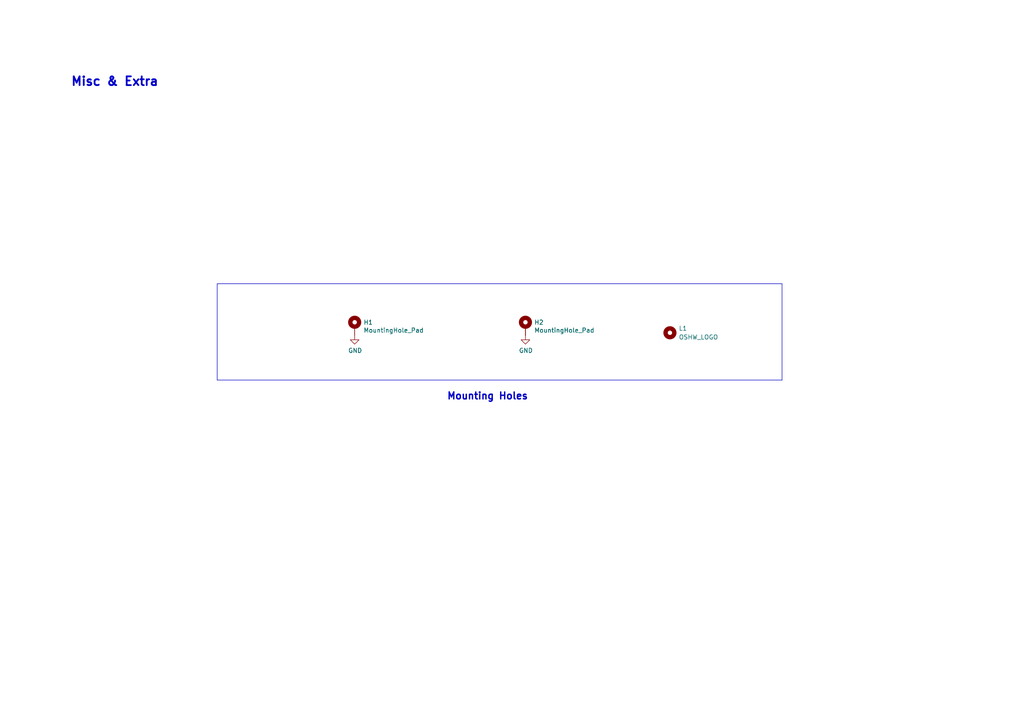
<source format=kicad_sch>
(kicad_sch (version 20250114) (generator "eeschema") (generator_version "9.0")
  (paper "A4")
  (title_block (title "ThunderMini") (date "2022-12-19") (rev "V1.0") (company "Yaseen M. Twati"))
  (lib_symbols
    (symbol "Mechanical:MountingHole" (pin_names (offset 1.016))
      (property "Reference" "H" (at 0 5.08 0))
      (property "Value" "MountingHole" (at 0 3.175 0))
      (symbol "MountingHole_0_1"
        (circle (center 0 0) (radius 1.27) (stroke (width 1.27)))
      )
    )
    (symbol "Mechanical:MountingHole_Pad" (pin_numbers (hide yes)) (pin_names (offset 1.016) (hide yes))
      (property "Reference" "H" (at 0 6.35 0))
      (property "Value" "MountingHole_Pad" (at 0 4.445 0))
      (symbol "MountingHole_Pad_0_1"
        (circle (center 0 1.27) (radius 1.27) (stroke (width 1.27)))
      )
      (symbol "MountingHole_Pad_1_1"
        (pin input line (at 0 -2.54 90) (length 2.54) (name "1") (number "1"))
      )
    )
    (symbol "power:GND" (power) (pin_names (offset 0))
      (property "Value" "GND" (at 0 -3.81 0))
      (symbol "GND_0_1"
        (polyline (pts (xy 0 0) (xy 0 -1.27) (xy 1.27 -1.27) (xy 0 -2.54) (xy -1.27 -1.27) (xy 0 -1.27)))
      )
      (symbol "GND_1_1"
        (pin power_in line (at 0 0 270) (length 0) (hide yes) (name "GND") (number "1"))
      )
    )
  )
  (text "Misc & Extra" (at 20.447 25.273 0) (effects (font (size 2.54 2.54) (thickness 0.508) (bold yes)) (justify left bottom)))
  (text "Mounting Holes" (at 129.54 116.205 0) (effects (font (size 2 2) (bold yes)) (justify left bottom)))
  (polyline (pts (xy 226.822 82.296) (xy 62.992 82.296)))
  (polyline (pts (xy 226.822 110.236) (xy 226.822 82.296)))
  (polyline (pts (xy 62.992 82.296) (xy 62.992 110.236)))
  (polyline (pts (xy 62.992 110.236) (xy 226.822 110.236)))
  (symbol (lib_id "Mechanical:MountingHole") (at 194.31 96.52 0) (unit 1)
    (property "Reference" "L1" (at 196.85 95.2499 0) (effects (justify left)))
    (property "Value" "OSHW_LOGO" (at 196.85 97.7899 0) (effects (justify left)))
    (property "Footprint" "Symbol:OSHW-Logo2_9.8x8mm_SilkScreen" (effects (hide yes)))
  )
  (symbol (lib_id "Mechanical:MountingHole_Pad") (at 152.4 94.742 0) (unit 1)
    (property "Reference" "H2" (at 154.94 93.4974 0) (effects (justify left)))
    (property "Value" "MountingHole_Pad" (at 154.94 95.8088 0) (effects (justify left)))
    (property "Footprint" "MountingHole:MountingHole_3.2mm_M3_Pad_Via" (effects (hide yes)))
  )
  (symbol (lib_id "power:GND") (at 102.87 97.282 0) (unit 1)
    (property "Reference" "#PWR045" (effects (hide yes)))
    (property "Value" "GND" (at 102.997 101.6762 0))
  )
  (symbol (lib_id "Mechanical:MountingHole_Pad") (at 102.87 94.742 0) (unit 1)
    (property "Reference" "H1" (at 105.41 93.4974 0) (effects (justify left)))
    (property "Value" "MountingHole_Pad" (at 105.41 95.8088 0) (effects (justify left)))
    (property "Footprint" "MountingHole:MountingHole_3.2mm_M3_Pad_Via" (effects (hide yes)))
  )
  (symbol (lib_id "power:GND") (at 152.4 97.282 0) (unit 1)
    (property "Reference" "#PWR046" (effects (hide yes)))
    (property "Value" "GND" (at 152.527 101.6762 0))
  )
)
</source>
